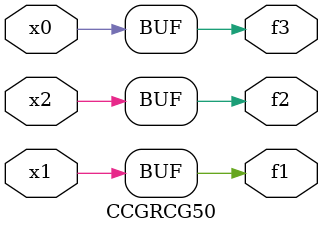
<source format=v>
module CCGRCG50(
	input x0, x1, x2,
	output f1, f2, f3
);
	assign f1 = x1;
	assign f2 = x2;
	assign f3 = x0;
endmodule

</source>
